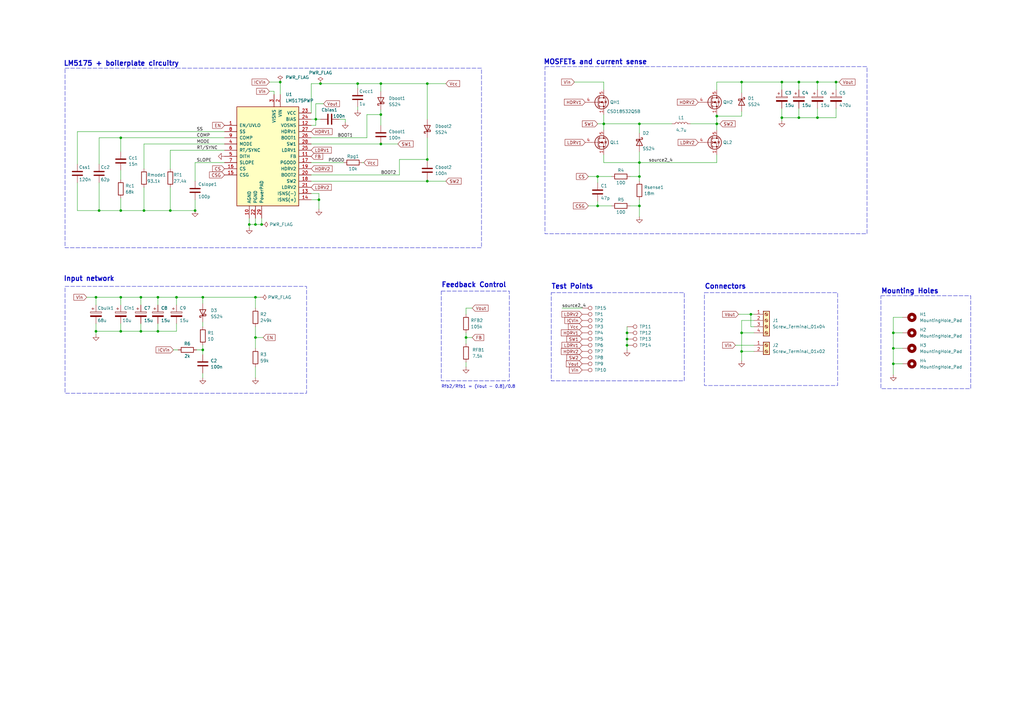
<source format=kicad_sch>
(kicad_sch (version 20230121) (generator eeschema)
  (paper "A3")
  (title_block (title "Universal 12V supply") (date "2023-11-03") (rev "0.1") (comment 1 "jpais@jorgemachwx9"))
  (junction (at 294.005 50.8))
  (junction (at 320.675 48.26))
  (junction (at 156.21 34.29))
  (junction (at 175.26 34.29))
  (junction (at 335.28 33.655))
  (junction (at 175.26 65.405))
  (junction (at 39.37 121.92))
  (junction (at 130.81 81.915))
  (junction (at 39.37 135.89))
  (junction (at 104.775 92.075))
  (junction (at 304.165 136.525))
  (junction (at 57.785 121.92))
  (junction (at 49.53 135.89))
  (junction (at 131.445 34.29))
  (junction (at 83.185 143.51))
  (junction (at 72.39 121.92))
  (junction (at 262.255 50.8))
  (junction (at 59.055 86.36))
  (junction (at 257.175 136.525))
  (junction (at 335.28 48.26))
  (junction (at 307.975 128.905))
  (junction (at 320.675 33.655))
  (junction (at 191.135 138.43))
  (junction (at 262.255 72.39))
  (junction (at 245.11 72.39))
  (junction (at 257.175 139.065))
  (junction (at 245.11 84.455))
  (junction (at 262.255 66.675))
  (junction (at 342.9 33.655))
  (junction (at 83.185 121.92))
  (junction (at 129.54 48.895))
  (junction (at 175.26 74.295))
  (junction (at 156.21 59.055))
  (junction (at 146.685 34.29))
  (junction (at 366.395 136.525))
  (junction (at 69.85 86.36))
  (junction (at 64.77 121.92))
  (junction (at 327.66 33.655))
  (junction (at 114.935 33.655))
  (junction (at 304.165 144.145))
  (junction (at 294.005 47.625))
  (junction (at 327.66 48.26))
  (junction (at 104.775 138.43))
  (junction (at 80.01 86.36))
  (junction (at 156.21 46.99))
  (junction (at 257.175 141.605))
  (junction (at 49.53 121.92))
  (junction (at 366.395 142.875))
  (junction (at 49.53 86.36))
  (junction (at 366.395 149.225))
  (junction (at 104.775 121.92))
  (junction (at 107.315 92.075))
  (junction (at 304.165 33.655))
  (junction (at 102.235 92.075))
  (junction (at 247.65 50.8))
  (junction (at 57.785 135.89))
  (junction (at 49.53 56.515))
  (junction (at 40.64 86.36))
  (junction (at 64.77 135.89))
  (junction (at 262.255 84.455))
  (wire (pts (xy 83.185 121.92) (xy 83.185 124.46)))
  (wire (pts (xy 130.81 79.375) (xy 127.635 79.375)))
  (wire (pts (xy 80.01 74.295) (xy 80.01 66.675)))
  (wire (pts (xy 141.605 48.895) (xy 139.065 48.895)))
  (wire (pts (xy 104.775 89.535) (xy 104.775 92.075)))
  (wire (pts (xy 104.775 150.495) (xy 104.775 154.94)))
  (wire (pts (xy 104.775 138.43) (xy 104.775 142.875)))
  (wire (pts (xy 127.635 71.755) (xy 163.83 71.755)))
  (wire (pts (xy 129.54 48.895) (xy 131.445 48.895)))
  (wire (pts (xy 304.165 47.625) (xy 304.165 45.72)))
  (wire (pts (xy 366.395 130.175) (xy 370.205 130.175)))
  (wire (pts (xy 366.395 136.525) (xy 370.205 136.525)))
  (wire (pts (xy 294.005 33.655) (xy 304.165 33.655)))
  (wire (pts (xy 175.26 34.29) (xy 182.88 34.29)))
  (wire (pts (xy 83.185 143.51) (xy 83.185 141.605)))
  (wire (pts (xy 40.64 86.36) (xy 40.64 74.93)))
  (wire (pts (xy 141.605 50.165) (xy 141.605 48.895)))
  (wire (pts (xy 304.165 147.955) (xy 304.165 144.145)))
  (wire (pts (xy 129.54 48.895) (xy 127.635 48.895)))
  (wire (pts (xy 175.26 73.66) (xy 175.26 74.295)))
  (wire (pts (xy 57.785 121.92) (xy 64.77 121.92)))
  (wire (pts (xy 72.39 121.92) (xy 83.185 121.92)))
  (wire (pts (xy 320.675 48.26) (xy 320.675 49.53)))
  (wire (pts (xy 304.165 136.525) (xy 309.245 136.525)))
  (wire (pts (xy 49.53 56.515) (xy 49.53 62.23)))
  (wire (pts (xy 301.625 141.605) (xy 309.245 141.605)))
  (wire (pts (xy 247.65 50.8) (xy 262.255 50.8)))
  (wire (pts (xy 129.54 51.435) (xy 129.54 48.895)))
  (wire (pts (xy 366.395 142.875) (xy 370.205 142.875)))
  (wire (pts (xy 39.37 135.89) (xy 39.37 137.16)))
  (wire (pts (xy 49.53 135.89) (xy 57.785 135.89)))
  (wire (pts (xy 294.005 47.625) (xy 294.005 46.99)))
  (wire (pts (xy 39.37 132.715) (xy 39.37 135.89)))
  (wire (pts (xy 327.66 44.45) (xy 327.66 48.26)))
  (wire (pts (xy 49.53 121.92) (xy 57.785 121.92)))
  (wire (pts (xy 241.3 72.39) (xy 245.11 72.39)))
  (wire (pts (xy 64.77 121.92) (xy 64.77 125.095)))
  (wire (pts (xy 146.685 43.815) (xy 146.685 45.085)))
  (wire (pts (xy 335.28 48.26) (xy 342.9 48.26)))
  (wire (pts (xy 104.775 92.075) (xy 107.315 92.075)))
  (wire (pts (xy 104.775 121.92) (xy 104.775 126.365)))
  (wire (pts (xy 262.255 84.455) (xy 262.255 88.9)))
  (wire (pts (xy 64.77 132.715) (xy 64.77 135.89)))
  (wire (pts (xy 307.975 128.905) (xy 307.975 133.985)))
  (wire (pts (xy 146.685 34.29) (xy 156.21 34.29)))
  (wire (pts (xy 366.395 153.67) (xy 366.395 149.225)))
  (wire (pts (xy 49.53 86.36) (xy 40.64 86.36)))
  (wire (pts (xy 335.28 33.655) (xy 335.28 36.83)))
  (wire (pts (xy 247.65 36.83) (xy 247.65 33.655)))
  (wire (pts (xy 320.675 33.655) (xy 327.66 33.655)))
  (wire (pts (xy 150.495 46.99) (xy 156.21 46.99)))
  (wire (pts (xy 294.005 47.625) (xy 304.165 47.625)))
  (wire (pts (xy 247.65 46.99) (xy 247.65 50.8)))
  (wire (pts (xy 49.53 81.28) (xy 49.53 86.36)))
  (wire (pts (xy 294.005 50.8) (xy 294.005 47.625)))
  (wire (pts (xy 257.175 139.065) (xy 257.175 141.605)))
  (wire (pts (xy 127.635 81.915) (xy 130.81 81.915)))
  (wire (pts (xy 127.635 59.055) (xy 156.21 59.055)))
  (wire (pts (xy 31.75 86.36) (xy 40.64 86.36)))
  (wire (pts (xy 294.005 66.675) (xy 294.005 63.5)))
  (wire (pts (xy 57.785 132.715) (xy 57.785 135.89)))
  (wire (pts (xy 250.825 84.455) (xy 245.11 84.455)))
  (wire (pts (xy 247.65 63.5) (xy 247.65 66.675)))
  (wire (pts (xy 83.185 132.08) (xy 83.185 133.985)))
  (wire (pts (xy 257.175 136.525) (xy 257.175 139.065)))
  (wire (pts (xy 49.53 135.89) (xy 39.37 135.89)))
  (wire (pts (xy 262.255 81.915) (xy 262.255 84.455)))
  (wire (pts (xy 64.77 121.92) (xy 72.39 121.92)))
  (wire (pts (xy 150.495 56.515) (xy 150.495 46.99)))
  (wire (pts (xy 320.675 33.655) (xy 320.675 36.83)))
  (wire (pts (xy 262.255 62.23) (xy 262.255 66.675)))
  (wire (pts (xy 366.395 136.525) (xy 366.395 130.175)))
  (wire (pts (xy 304.165 131.445) (xy 304.165 136.525)))
  (wire (pts (xy 304.165 33.655) (xy 320.675 33.655)))
  (wire (pts (xy 175.26 34.29) (xy 175.26 48.895)))
  (wire (pts (xy 366.395 149.225) (xy 370.205 149.225)))
  (wire (pts (xy 31.75 53.975) (xy 92.075 53.975)))
  (wire (pts (xy 40.64 67.31) (xy 40.64 56.515)))
  (wire (pts (xy 320.675 44.45) (xy 320.675 48.26)))
  (wire (pts (xy 127.635 66.675) (xy 140.97 66.675)))
  (wire (pts (xy 294.005 50.8) (xy 294.005 53.34)))
  (wire (pts (xy 262.255 72.39) (xy 262.255 74.295)))
  (wire (pts (xy 72.39 135.89) (xy 72.39 132.715)))
  (wire (pts (xy 69.85 61.595) (xy 69.85 69.215)))
  (wire (pts (xy 39.37 125.095) (xy 39.37 121.92)))
  (wire (pts (xy 102.235 92.075) (xy 104.775 92.075)))
  (wire (pts (xy 156.21 59.055) (xy 163.195 59.055)))
  (wire (pts (xy 127.635 34.29) (xy 131.445 34.29)))
  (wire (pts (xy 156.21 34.29) (xy 156.21 37.465)))
  (wire (pts (xy 71.12 143.51) (xy 73.025 143.51)))
  (wire (pts (xy 83.185 153.035) (xy 83.185 154.94)))
  (wire (pts (xy 148.59 66.675) (xy 149.225 66.675)))
  (wire (pts (xy 245.11 50.8) (xy 247.65 50.8)))
  (wire (pts (xy 59.055 86.36) (xy 69.85 86.36)))
  (wire (pts (xy 156.21 46.99) (xy 156.21 45.085)))
  (wire (pts (xy 31.75 67.31) (xy 31.75 53.975)))
  (wire (pts (xy 102.235 89.535) (xy 102.235 92.075)))
  (wire (pts (xy 127.635 51.435) (xy 129.54 51.435)))
  (wire (pts (xy 262.255 50.8) (xy 275.59 50.8)))
  (wire (pts (xy 191.135 138.43) (xy 193.675 138.43)))
  (wire (pts (xy 191.135 148.59) (xy 191.135 150.495)))
  (wire (pts (xy 49.53 56.515) (xy 92.075 56.515)))
  (wire (pts (xy 49.53 132.715) (xy 49.53 135.89)))
  (wire (pts (xy 107.315 92.075) (xy 107.315 89.535)))
  (wire (pts (xy 257.175 141.605) (xy 257.175 143.51)))
  (wire (pts (xy 257.175 133.985) (xy 257.175 136.525)))
  (wire (pts (xy 80.645 143.51) (xy 83.185 143.51)))
  (wire (pts (xy 262.255 66.675) (xy 294.005 66.675)))
  (wire (pts (xy 247.65 66.675) (xy 262.255 66.675)))
  (wire (pts (xy 258.445 72.39) (xy 262.255 72.39)))
  (wire (pts (xy 304.165 131.445) (xy 309.245 131.445)))
  (wire (pts (xy 110.49 33.655) (xy 114.935 33.655)))
  (wire (pts (xy 69.85 86.36) (xy 80.01 86.36)))
  (wire (pts (xy 175.26 65.405) (xy 175.26 56.515)))
  (wire (pts (xy 191.135 126.365) (xy 191.135 128.905)))
  (wire (pts (xy 163.83 65.405) (xy 175.26 65.405)))
  (wire (pts (xy 335.28 33.655) (xy 342.9 33.655)))
  (wire (pts (xy 327.66 33.655) (xy 335.28 33.655)))
  (wire (pts (xy 245.11 74.93) (xy 245.11 72.39)))
  (wire (pts (xy 127.635 74.295) (xy 175.26 74.295)))
  (wire (pts (xy 104.775 121.92) (xy 106.68 121.92)))
  (wire (pts (xy 258.445 84.455) (xy 262.255 84.455)))
  (wire (pts (xy 307.975 133.985) (xy 309.245 133.985)))
  (wire (pts (xy 342.9 33.655) (xy 342.9 36.83)))
  (wire (pts (xy 175.26 65.405) (xy 175.26 66.04)))
  (wire (pts (xy 294.005 36.83) (xy 294.005 33.655)))
  (wire (pts (xy 245.11 84.455) (xy 245.11 82.55)))
  (wire (pts (xy 49.53 69.85) (xy 49.53 73.66)))
  (wire (pts (xy 72.39 121.92) (xy 72.39 125.095)))
  (wire (pts (xy 59.055 86.36) (xy 49.53 86.36)))
  (wire (pts (xy 114.935 33.655) (xy 114.935 38.735)))
  (wire (pts (xy 191.135 126.365) (xy 193.675 126.365)))
  (wire (pts (xy 69.85 61.595) (xy 92.075 61.595)))
  (wire (pts (xy 191.135 136.525) (xy 191.135 138.43)))
  (wire (pts (xy 127.635 46.355) (xy 127.635 34.29)))
  (wire (pts (xy 104.775 133.985) (xy 104.775 138.43)))
  (wire (pts (xy 69.85 76.835) (xy 69.85 86.36)))
  (wire (pts (xy 57.785 121.92) (xy 57.785 125.095)))
  (wire (pts (xy 49.53 121.92) (xy 49.53 125.095)))
  (wire (pts (xy 335.28 44.45) (xy 335.28 48.26)))
  (wire (pts (xy 130.81 79.375) (xy 130.81 81.915)))
  (wire (pts (xy 156.21 46.99) (xy 156.21 51.435)))
  (wire (pts (xy 366.395 149.225) (xy 366.395 142.875)))
  (wire (pts (xy 235.585 33.655) (xy 247.65 33.655)))
  (wire (pts (xy 327.66 48.26) (xy 335.28 48.26)))
  (wire (pts (xy 175.26 74.295) (xy 182.88 74.295)))
  (wire (pts (xy 83.185 143.51) (xy 83.185 145.415)))
  (wire (pts (xy 35.56 121.92) (xy 39.37 121.92)))
  (wire (pts (xy 104.775 138.43) (xy 107.95 138.43)))
  (wire (pts (xy 80.01 81.915) (xy 80.01 86.36)))
  (wire (pts (xy 191.135 138.43) (xy 191.135 140.97)))
  (wire (pts (xy 366.395 142.875) (xy 366.395 136.525)))
  (wire (pts (xy 83.185 121.92) (xy 104.775 121.92)))
  (wire (pts (xy 327.66 33.655) (xy 327.66 36.83)))
  (wire (pts (xy 230.505 126.365) (xy 238.76 126.365)))
  (wire (pts (xy 112.395 37.465) (xy 112.395 38.735)))
  (wire (pts (xy 163.83 71.755) (xy 163.83 65.405)))
  (wire (pts (xy 342.9 44.45) (xy 342.9 48.26)))
  (wire (pts (xy 40.64 56.515) (xy 49.53 56.515)))
  (wire (pts (xy 102.235 92.075) (xy 102.235 93.345)))
  (wire (pts (xy 31.75 74.93) (xy 31.75 86.36)))
  (wire (pts (xy 294.005 50.8) (xy 295.275 50.8)))
  (wire (pts (xy 307.975 128.905) (xy 309.245 128.905)))
  (wire (pts (xy 320.675 48.26) (xy 327.66 48.26)))
  (wire (pts (xy 130.81 81.915) (xy 130.81 85.725)))
  (wire (pts (xy 262.255 66.675) (xy 262.255 72.39)))
  (wire (pts (xy 283.21 50.8) (xy 294.005 50.8)))
  (wire (pts (xy 302.895 128.905) (xy 307.975 128.905)))
  (wire (pts (xy 262.255 50.8) (xy 262.255 54.61)))
  (wire (pts (xy 146.685 34.29) (xy 146.685 36.195)))
  (wire (pts (xy 129.54 42.545) (xy 129.54 48.895)))
  (wire (pts (xy 342.9 33.655) (xy 344.17 33.655)))
  (wire (pts (xy 59.055 69.215) (xy 59.055 59.055)))
  (wire (pts (xy 59.055 76.835) (xy 59.055 86.36)))
  (wire (pts (xy 131.445 34.29) (xy 146.685 34.29)))
  (wire (pts (xy 304.165 33.655) (xy 304.165 38.1)))
  (wire (pts (xy 247.65 50.8) (xy 247.65 53.34)))
  (wire (pts (xy 127.635 56.515) (xy 150.495 56.515)))
  (wire (pts (xy 59.055 59.055) (xy 92.075 59.055)))
  (wire (pts (xy 241.3 84.455) (xy 245.11 84.455)))
  (wire (pts (xy 64.77 135.89) (xy 72.39 135.89)))
  (wire (pts (xy 156.21 34.29) (xy 175.26 34.29)))
  (wire (pts (xy 132.715 42.545) (xy 129.54 42.545)))
  (wire (pts (xy 110.49 37.465) (xy 112.395 37.465)))
  (wire (pts (xy 80.01 66.675) (xy 92.075 66.675)))
  (wire (pts (xy 304.165 144.145) (xy 304.165 136.525)))
  (wire (pts (xy 57.785 135.89) (xy 64.77 135.89)))
  (wire (pts (xy 245.11 72.39) (xy 250.825 72.39)))
  (wire (pts (xy 304.165 144.145) (xy 309.245 144.145)))
  (wire (pts (xy 39.37 121.92) (xy 49.53 121.92)))
  (rectangle (start 223.52 27.305) (end 355.6 95.885) (stroke (width 0) (type dash)))
  (rectangle (start 226.06 120.015) (end 280.67 156.21) (stroke (width 0) (type dash)))
  (rectangle (start 26.67 117.475) (end 125.73 161.29) (stroke (width 0) (type dash)))
  (rectangle (start 361.315 121.285) (end 398.145 159.385) (stroke (width 0) (type dash)))
  (rectangle (start 288.925 120.015) (end 343.535 158.115) (stroke (width 0) (type dash)))
  (rectangle (start 26.67 27.94) (end 197.485 101.6) (stroke (width 0) (type dash)))
  (rectangle (start 180.975 119.38) (end 208.915 156.21) (stroke (width 0) (type dash)))
  (text "Feedback Control" (at 180.975 118.11 0) (effects (font (size 2 2) (thickness 0.4) bold) (justify left bottom)))
  (text "MOSFETs and current sense" (at 222.885 26.67 0) (effects (font (size 2 2) (thickness 0.4) bold) (justify left bottom)))
  (text "Rfb2/Rfb1 = (Vout - 0.8)/0.8" (at 180.975 159.385 0) (effects (font (size 1.27 1.27)) (justify left bottom)))
  (text "Mounting Holes\n" (at 361.315 120.65 0) (effects (font (size 2 2) (thickness 0.4) bold) (justify left bottom)))
  (text "Input network" (at 26.035 115.57 0) (effects (font (size 2 2) (thickness 0.4) bold) (justify left bottom)))
  (text "Connectors\n" (at 288.925 118.745 0) (effects (font (size 2 2) (thickness 0.4) bold) (justify left bottom)))
  (text "LM5175 + boilerplate circuitry" (at 26.035 27.305 0) (effects (font (size 2 2) (thickness 0.4) bold) (justify left bottom)))
  (text "Test Points\n" (at 226.06 118.745 0) (effects (font (size 2 2) (thickness 0.4) bold) (justify left bottom)))
  (label "RT{slash}SYNC" (at 80.645 61.595 0))
  (label "BOOT2" (at 156.21 71.755 0))
  (label "SLOPE" (at 80.645 66.675 0))
  (label "BOOT1" (at 138.43 56.515 0))
  (label "MODE" (at 80.645 59.055 0))
  (label "source2_4" (at 266.065 66.675 0))
  (label "source2_4" (at 230.505 126.365 0))
  (label "SS" (at 80.645 53.975 0))
  (label "PGOOD" (at 134.62 66.675 0))
  (label "COMP" (at 80.645 56.515 0))
  (global_label "HDRV2" (shape input) (at 238.76 144.145 180) (property "Intersheetrefs" "${INTERSHEET_REFS}" (effects hide)))
  (global_label "SW2" (shape input) (at 238.76 146.685 180) (property "Intersheetrefs" "${INTERSHEET_REFS}" (effects hide)))
  (global_label "EN" (shape input) (at 107.95 138.43 0) (property "Intersheetrefs" "${INTERSHEET_REFS}" (effects hide)))
  (global_label "SW1" (shape input) (at 163.195 59.055 0) (property "Intersheetrefs" "${INTERSHEET_REFS}" (effects hide)))
  (global_label "CS" (shape input) (at 92.075 69.215 180) (property "Intersheetrefs" "${INTERSHEET_REFS}" (effects hide)))
  (global_label "HDRV2" (shape input) (at 286.385 41.91 180) (property "Intersheetrefs" "${INTERSHEET_REFS}" (effects hide)))
  (global_label "Vin" (shape input) (at 35.56 121.92 180) (property "Intersheetrefs" "${INTERSHEET_REFS}" (effects hide)))
  (global_label "FB" (shape input) (at 127.635 64.135 0) (property "Intersheetrefs" "${INTERSHEET_REFS}" (effects hide)))
  (global_label "CS" (shape input) (at 241.3 72.39 180) (property "Intersheetrefs" "${INTERSHEET_REFS}" (effects hide)))
  (global_label "HDRV2" (shape input) (at 127.635 69.215 0) (property "Intersheetrefs" "${INTERSHEET_REFS}" (effects hide)))
  (global_label "LDRV2" (shape input) (at 127.635 76.835 0) (property "Intersheetrefs" "${INTERSHEET_REFS}" (effects hide)))
  (global_label "LDRV1" (shape input) (at 238.76 141.605 180) (property "Intersheetrefs" "${INTERSHEET_REFS}" (effects hide)))
  (global_label "Vout" (shape input) (at 302.895 128.905 180) (property "Intersheetrefs" "${INTERSHEET_REFS}" (effects hide)))
  (global_label "Vout" (shape input) (at 193.675 126.365 0) (property "Intersheetrefs" "${INTERSHEET_REFS}" (effects hide)))
  (global_label "EN" (shape input) (at 92.075 51.435 180) (property "Intersheetrefs" "${INTERSHEET_REFS}" (effects hide)))
  (global_label "Vin" (shape input) (at 110.49 37.465 180) (property "Intersheetrefs" "${INTERSHEET_REFS}" (effects hide)))
  (global_label "SW1" (shape input) (at 245.11 50.8 180) (property "Intersheetrefs" "${INTERSHEET_REFS}" (effects hide)))
  (global_label "LDRV1" (shape input) (at 240.03 58.42 180) (property "Intersheetrefs" "${INTERSHEET_REFS}" (effects hide)))
  (global_label "Vout" (shape input) (at 238.76 149.225 180) (property "Intersheetrefs" "${INTERSHEET_REFS}" (effects hide)))
  (global_label "FB" (shape input) (at 193.675 138.43 0) (property "Intersheetrefs" "${INTERSHEET_REFS}" (effects hide)))
  (global_label "HDRV1" (shape input) (at 127.635 53.975 0) (property "Intersheetrefs" "${INTERSHEET_REFS}" (effects hide)))
  (global_label "CSG" (shape input) (at 241.3 84.455 180) (property "Intersheetrefs" "${INTERSHEET_REFS}" (effects hide)))
  (global_label "HDRV1" (shape input) (at 238.76 136.525 180) (property "Intersheetrefs" "${INTERSHEET_REFS}" (effects hide)))
  (global_label "SW1" (shape input) (at 238.76 139.065 180) (property "Intersheetrefs" "${INTERSHEET_REFS}" (effects hide)))
  (global_label "CSG" (shape input) (at 92.075 71.755 180) (property "Intersheetrefs" "${INTERSHEET_REFS}" (effects hide)))
  (global_label "SW2" (shape input) (at 295.275 50.8 0) (property "Intersheetrefs" "${INTERSHEET_REFS}" (effects hide)))
  (global_label "LDRV2" (shape input) (at 238.76 128.905 180) (property "Intersheetrefs" "${INTERSHEET_REFS}" (effects hide)))
  (global_label "ICVin" (shape input) (at 238.76 131.445 180) (property "Intersheetrefs" "${INTERSHEET_REFS}" (effects hide)))
  (global_label "Vin" (shape input) (at 238.76 151.765 180) (property "Intersheetrefs" "${INTERSHEET_REFS}" (effects hide)))
  (global_label "LDRV2" (shape input) (at 286.385 58.42 180) (property "Intersheetrefs" "${INTERSHEET_REFS}" (effects hide)))
  (global_label "Vcc" (shape input) (at 182.88 34.29 0) (property "Intersheetrefs" "${INTERSHEET_REFS}" (effects hide)))
  (global_label "Vcc" (shape input) (at 238.76 133.985 180) (property "Intersheetrefs" "${INTERSHEET_REFS}" (effects hide)))
  (global_label "Vin" (shape input) (at 235.585 33.655 180) (property "Intersheetrefs" "${INTERSHEET_REFS}" (effects hide)))
  (global_label "SW2" (shape input) (at 182.88 74.295 0) (property "Intersheetrefs" "${INTERSHEET_REFS}" (effects hide)))
  (global_label "ICVin" (shape input) (at 71.12 143.51 180) (property "Intersheetrefs" "${INTERSHEET_REFS}" (effects hide)))
  (global_label "Vcc" (shape input) (at 149.225 66.675 0) (property "Intersheetrefs" "${INTERSHEET_REFS}" (effects hide)))
  (global_label "Vout" (shape input) (at 132.715 42.545 0) (property "Intersheetrefs" "${INTERSHEET_REFS}" (effects hide)))
  (global_label "HDRV1" (shape input) (at 240.03 41.91 180) (property "Intersheetrefs" "${INTERSHEET_REFS}" (effects hide)))
  (global_label "Vout" (shape input) (at 344.17 33.655 0) (property "Intersheetrefs" "${INTERSHEET_REFS}" (effects hide)))
  (global_label "Vin" (shape input) (at 301.625 141.605 180) (property "Intersheetrefs" "${INTERSHEET_REFS}" (effects hide)))
  (global_label "ICVin" (shape input) (at 110.49 33.655 180) (property "Intersheetrefs" "${INTERSHEET_REFS}" (effects hide)))
  (global_label "LDRV1" (shape input) (at 127.635 61.595 0) (property "Intersheetrefs" "${INTERSHEET_REFS}" (effects hide)))
  (symbol (lib_id "Connector:TestPoint") (at 238.76 149.225 270) (unit 1) (in_bom no)
    (property "Reference" "TP9" (at 243.84 149.225 90) (effects (justify left)))
    (property "Value" "Vout" (effects hide))
    (property "Footprint" "TestPoint:TestPoint_THTPad_2.5x2.5mm_Drill1.2mm" (effects hide))
    (property "Sim.Enable" "0" (effects hide))
  )
  (symbol (lib_id "power:PWR_FLAG") (at 107.315 92.075 270) (unit 1)
    (property "Reference" "#FLG04" (effects hide))
    (property "Value" "PWR_FLAG" (at 110.49 92.075 90) (effects (justify left)))
  )
  (symbol (lib_id "Device:C_Polarized") (at 327.66 40.64 0) (unit 1)
    (property "Reference" "C4" (at 328.93 38.1 0) (effects (justify left)))
    (property "Value" "15u" (at 328.93 43.18 0) (effects (justify left)))
    (property "Footprint" "Capacitor_SMD:C_1206_3216Metric_Pad1.33x1.80mm_HandSolder" (effects hide))
    (property "Farnell" "https://be.farnell.com/en-BE/avx/tpsa156k006r0700/cap-15-f-6-3v-10-1206-smd/dp/1658485?st=15u%20smd%20cap" (effects hide))
  )
  (symbol (lib_id "Device:C") (at 80.01 78.105 0) (unit 1)
    (property "Reference" "Cslope1" (at 81.28 75.565 0) (effects (justify left)))
    (property "Value" "100p" (at 81.28 80.645 0) (effects (justify left)))
    (property "Footprint" "Capacitor_SMD:C_0603_1608Metric_Pad1.08x0.95mm_HandSolder" (effects hide))
    (property "Farnell" "https://be.farnell.com/en-BE/kemet/c0603x101f5gacauto/cap-100pf-50v-1-c0g-np0-0603/dp/2904893?st=13n%20smd%20cap%200603" (effects hide))
  )
  (symbol (lib_id "Connector:TestPoint") (at 238.76 133.985 270) (unit 1) (in_bom no)
    (property "Reference" "TP3" (at 243.84 133.985 90) (effects (justify left)))
    (property "Value" "Vcc" (effects hide))
    (property "Footprint" "TestPoint:TestPoint_THTPad_2.5x2.5mm_Drill1.2mm" (effects hide))
    (property "Sim.Enable" "0" (effects hide))
  )
  (symbol (lib_id "New_Library:LM34936-Q1") (at 109.855 64.135 0) (unit 1)
    (property "Reference" "U1" (at 117.1291 38.735 0) (effects (justify left)))
    (property "Value" "LM5175PWP" (at 117.1291 41.275 0) (effects (justify left)))
    (property "Footprint" "Package_SO:HTSSOP-28-1EP_4.4x9.7mm_P0.65mm_EP3.4x9.5mm_ThermalVias" (effects hide))
    (property "Datasheet" "http://www.ti.com/lit/ds/symlink/lm5175.pdf" (effects hide))
    (property "Sim.Library" "/home/jorgep/Desktop/Faculdade/2Ano/PowerElectronics/project/simulationModels/LM5175_TRANS.lib" (effects hide))
    (property "Sim.Name" "LM5175_TRANS" (effects hide))
    (property "Sim.Device" "SUBCKT" (effects hide))
    (property "Sim.Pins" "1=EN_UVLO 2=VIN 3=VISNS 4=MODE 5=DITH 6=RT 7=SLOPE 8=SS 9=COMP 10=AGND 11=FB 12=VOSNS 13=ISNS_N 14=ISNS_P 15=CSG 16=CS 17=PGOOD 18=SW2 19=HDRV2 20=BOOT2 21=LDRV2 22=PGND 23=VCC 24=BIAS 25=LDRV1 26=BOOT1 27=HDRV1 28=SW1 29=PAD" (effects hide))
    (property "Farnell" "https://be.farnell.com/en-BE/texas-instruments/lm5175pwpt/dc-dc-ctrl-sync-buck-boost-htssop28/dp/3008670RL?st=lm5175" (effects hide))
  )
  (symbol (lib_id "Device:C") (at 146.685 40.005 0) (unit 1)
    (property "Reference" "Cvcc1" (at 147.32 37.465 0) (effects (justify left)))
    (property "Value" "1u" (at 147.32 42.545 0) (effects (justify left)))
    (property "Footprint" "Capacitor_SMD:C_0603_1608Metric_Pad1.08x0.95mm_HandSolder" (effects hide))
    (property "Farnell" "https://be.farnell.com/en-BE/vishay/tp8m105m020c/cap-1-f-20v-20/dp/2425566?st=1u%20smd%20cap%200603" (effects hide))
  )
  (symbol (lib_id "power:GND") (at 83.185 154.94 0) (unit 1)
    (property "Reference" "#PWR06" (effects hide))
    (property "Value" "GND" (effects hide))
  )
  (symbol (lib_id "Connector:TestPoint") (at 238.76 144.145 270) (unit 1) (in_bom no)
    (property "Reference" "TP7" (at 243.84 144.145 90) (effects (justify left)))
    (property "Value" "HDRV2" (effects hide))
    (property "Footprint" "TestPoint:TestPoint_THTPad_2.5x2.5mm_Drill1.2mm" (effects hide))
    (property "Sim.Enable" "0" (effects hide))
  )
  (symbol (lib_id "Mechanical:MountingHole_Pad") (at 372.745 136.525 270) (unit 1) (in_bom no)
    (property "Reference" "H2" (at 377.19 135.255 90) (effects (justify left)))
    (property "Value" "MountingHole_Pad" (at 377.19 137.795 90) (effects (justify left)))
    (property "Footprint" "MountingHole:MountingHole_3.2mm_M3_Pad_Via" (effects hide))
    (property "Sim.Enable" "0" (effects hide))
  )
  (symbol (lib_id "Device:R") (at 83.185 137.795 0) (unit 1)
    (property "Reference" "R1" (at 85.09 136.525 0) (effects (justify left)))
    (property "Value" "10" (at 85.09 139.065 0) (effects (justify left)))
    (property "Footprint" "Resistor_SMD:R_0603_1608Metric_Pad0.98x0.95mm_HandSolder" (effects hide))
    (property "Farnell" "https://be.farnell.com/en-BE/rohm/ktr03ezpf10r0/res-10r-1-0-1w-0603-thick-film/dp/2919225?st=10r+resistor+0603" (effects hide))
  )
  (symbol (lib_id "Transistor_FET:CSD18532Q5B") (at 245.11 58.42 0) (unit 1)
    (property "Reference" "QL1" (at 250.19 58.42 0) (effects (justify left)))
    (property "Value" "CSD18532Q5B" (effects hide))
    (property "Footprint" "Package_TO_SOT_SMD:TDSON-8-1" (effects hide))
    (property "Datasheet" "http://www.ti.com/lit/gpn/csd18532q5b" (effects hide))
    (property "Farnell" "https://be.farnell.com/en-BE/texas-instruments/csd18532q5b/mosfet-n-ch-60v-100a-vson-8/dp/3009663?st=CSD18532Q5B" (effects hide))
    (property "Sim.Library" "/home/jorgep/Desktop/Faculdade/2Ano/PowerElectronics/project/simulationModels/CSD18532Q5B.lib" (effects hide))
    (property "Sim.Name" "CSD18532Q5B" (effects hide))
    (property "Sim.Device" "SUBCKT" (effects hide))
    (property "Sim.Pins" "1=1 2=2 3=3" (effects hide))
  )
  (symbol (lib_id "Device:C") (at 49.53 66.04 0) (unit 1)
    (property "Reference" "Cc1" (at 52.705 64.77 0) (effects (justify left)))
    (property "Value" "15n" (at 52.705 67.31 0) (effects (justify left)))
    (property "Footprint" "Capacitor_SMD:C_0603_1608Metric_Pad1.08x0.95mm_HandSolder" (effects hide))
    (property "Farnell" "https://be.farnell.com/en-BE/multicomp/mc0603b153j500ct/cap-0-015-f-50v-5-x7r-0603/dp/2320805?st=15n%20smd%20cap%200603" (effects hide))
  )
  (symbol (lib_id "Device:L") (at 279.4 50.8 90) (unit 1)
    (property "Reference" "L1" (at 279.4 48.26 90))
    (property "Value" "4.7u" (at 279.4 53.34 90))
    (property "Footprint" "FootprintLibrary:L_Coilcraft_XAL1010-XXX_handsolder" (effects hide))
    (property "Farnell" "https://be.farnell.com/en-BE/coilcraft/xal1010-472med/inductor-4-7uh-24a-20-pwr-19mhz/dp/2289017" (effects hide))
  )
  (symbol (lib_id "power:GND") (at 304.165 147.955 0) (unit 1)
    (property "Reference" "#PWR01" (effects hide))
    (property "Value" "GND" (effects hide))
  )
  (symbol (lib_id "Device:C_Polarized") (at 335.28 40.64 0) (unit 1)
    (property "Reference" "C6" (at 336.55 38.1 0) (effects (justify left)))
    (property "Value" "15u" (at 336.55 43.18 0) (effects (justify left)))
    (property "Footprint" "Capacitor_SMD:C_1206_3216Metric_Pad1.33x1.80mm_HandSolder" (effects hide))
    (property "Farnell" "https://be.farnell.com/en-BE/avx/tpsa156k006r0700/cap-15-f-6-3v-10-1206-smd/dp/1658485?st=15u%20smd%20cap" (effects hide))
  )
  (symbol (lib_id "Device:C_Polarized") (at 320.675 40.64 0) (unit 1)
    (property "Reference" "C3" (at 321.945 38.1 0) (effects (justify left)))
    (property "Value" "15u" (at 321.945 43.18 0) (effects (justify left)))
    (property "Footprint" "Capacitor_SMD:C_1206_3216Metric_Pad1.33x1.80mm_HandSolder" (effects hide))
    (property "Farnell" "https://be.farnell.com/en-BE/avx/tpsa156k006r0700/cap-15-f-6-3v-10-1206-smd/dp/1658485?st=15u%20smd%20cap" (effects hide))
  )
  (symbol (lib_id "Connector:TestPoint") (at 257.175 141.605 270) (unit 1) (in_bom no)
    (property "Reference" "TP14" (at 262.255 141.605 90) (effects (justify left)))
    (property "Value" "gnd" (effects hide))
    (property "Footprint" "TestPoint:TestPoint_THTPad_2.5x2.5mm_Drill1.2mm" (effects hide))
    (property "Sim.Enable" "0" (effects hide))
  )
  (symbol (lib_id "Device:C") (at 83.185 149.225 0) (unit 1)
    (property "Reference" "C2" (at 86.36 147.955 0) (effects (justify left)))
    (property "Value" "100n" (at 86.36 150.495 0) (effects (justify left)))
    (property "Footprint" "Capacitor_SMD:C_0805_2012Metric_Pad1.18x1.45mm_HandSolder" (effects hide))
    (property "Farnell" "https://be.farnell.com/en-BE/kemet/c0805x104j5rac3316/cap-0-1-f-50v-5-x7r-0805/dp/2666904?st=100n%20smd%20cap%200805" (effects hide))
  )
  (symbol (lib_id "Connector:TestPoint") (at 238.76 141.605 270) (unit 1) (in_bom no)
    (property "Reference" "TP6" (at 243.84 141.605 90) (effects (justify left)))
    (property "Value" "LDRV1" (effects hide))
    (property "Footprint" "TestPoint:TestPoint_THTPad_2.5x2.5mm_Drill1.2mm" (effects hide))
    (property "Sim.Enable" "0" (effects hide))
  )
  (symbol (lib_id "power:GND") (at 191.135 150.495 0) (unit 1)
    (property "Reference" "#PWR02" (effects hide))
    (property "Value" "GND" (effects hide))
  )
  (symbol (lib_id "Device:C") (at 156.21 55.245 0) (unit 1)
    (property "Reference" "Cboot1" (at 159.385 53.975 0) (effects (justify left)))
    (property "Value" "100n" (at 159.385 56.515 0) (effects (justify left)))
    (property "Footprint" "Capacitor_SMD:C_0805_2012Metric_Pad1.18x1.45mm_HandSolder" (effects hide))
    (property "Farnell" "https://be.farnell.com/en-BE/kemet/c0805x104j5rac3316/cap-0-1-f-50v-5-x7r-0805/dp/2666904?st=100n%20smd%20cap%200805" (effects hide))
  )
  (symbol (lib_id "Transistor_FET:CSD18532Q5B") (at 291.465 58.42 0) (unit 1)
    (property "Reference" "QL2" (at 296.545 58.42 0) (effects (justify left)))
    (property "Value" "CSD18532Q5B" (effects hide))
    (property "Footprint" "Package_TO_SOT_SMD:TDSON-8-1" (effects hide))
    (property "Datasheet" "http://www.ti.com/lit/gpn/csd18532q5b" (effects hide))
    (property "Farnell" "https://be.farnell.com/en-BE/texas-instruments/csd18532q5b/mosfet-n-ch-60v-100a-vson-8/dp/3009663?st=CSD18532Q5B" (effects hide))
    (property "Sim.Library" "/home/jorgep/Desktop/Faculdade/2Ano/PowerElectronics/project/simulationModels/CSD18532Q5B.lib" (effects hide))
    (property "Sim.Name" "CSD18532Q5B" (effects hide))
    (property "Sim.Device" "SUBCKT" (effects hide))
    (property "Sim.Pins" "1=1 2=2 3=3" (effects hide))
  )
  (symbol (lib_id "Device:C_Polarized") (at 49.53 128.905 0) (unit 1)
    (property "Reference" "Cin1" (at 50.8 126.365 0) (effects (justify left)))
    (property "Value" "10u" (at 50.165 131.445 0) (effects (justify left)))
    (property "Footprint" "Capacitor_SMD:CP_Elec_5x5.4" (effects hide))
    (property "Farnell" "https://be.farnell.com/en-BE/kemet/exv106m035a9daa/cap-10-f-35v-radial-smd/dp/2069187?st=10u%20smd%20cap" (effects hide))
  )
  (symbol (lib_id "Device:D_Schottky") (at 156.21 41.275 90) (unit 1)
    (property "Reference" "Dboot1" (at 159.385 40.3225 90) (effects (justify right)))
    (property "Value" "SS24" (at 159.385 42.8625 90) (effects (justify right)))
    (property "Footprint" "Diode_SMD:D_SMB_Handsoldering" (effects hide))
    (property "Farnell" "https://be.farnell.com/en-BE/multicomp/ss24/schottky-rectifier-2a-40v-do-214aa/dp/2675138?MER=sy-me-pd-mi-alte" (effects hide))
    (property "Sim.Library" "/home/jorgep/Desktop/Faculdade/2Ano/PowerElectronics/project/simulationModels/SS24T3.REV0.LIB" (effects hide))
    (property "Sim.Name" "Dss24" (effects hide))
    (property "Sim.Device" "D" (effects hide))
    (property "Sim.Pins" "1=A 2=K" (effects hide))
  )
  (symbol (lib_id "Device:R") (at 191.135 132.715 0) (unit 1)
    (property "Reference" "RFB2" (at 193.04 131.445 0) (effects (justify left)))
    (property "Value" "105k" (at 193.04 133.985 0) (effects (justify left)))
    (property "Footprint" "Resistor_SMD:R_0603_1608Metric_Pad0.98x0.95mm_HandSolder" (effects hide))
    (property "Farnell" "https://be.farnell.com/en-BE/panasonic/erjpa3f1053v/res-105k-1-thick-film/dp/2561729RL?st=105k%20resistor%200603" (effects hide))
  )
  (symbol (lib_id "Mechanical:MountingHole_Pad") (at 372.745 130.175 270) (unit 1) (in_bom no)
    (property "Reference" "H1" (at 377.19 128.905 90) (effects (justify left)))
    (property "Value" "MountingHole_Pad" (at 377.19 131.445 90) (effects (justify left)))
    (property "Footprint" "MountingHole:MountingHole_3.2mm_M3_Pad_Via" (effects hide))
    (property "Sim.Enable" "0" (effects hide))
  )
  (symbol (lib_id "power:GND") (at 92.075 64.135 270) (unit 1)
    (property "Reference" "#PWR09" (effects hide))
    (property "Value" "GND" (effects hide))
  )
  (symbol (lib_id "Mechanical:MountingHole_Pad") (at 372.745 142.875 270) (unit 1) (in_bom no)
    (property "Reference" "H3" (at 377.19 141.605 90) (effects (justify left)))
    (property "Value" "MountingHole_Pad" (at 377.19 144.145 90) (effects (justify left)))
    (property "Footprint" "MountingHole:MountingHole_3.2mm_M3_Pad_Via" (effects hide))
    (property "Sim.Enable" "0" (effects hide))
  )
  (symbol (lib_id "Device:R") (at 262.255 78.105 0) (unit 1)
    (property "Reference" "Rsense1" (at 264.16 76.835 0) (effects (justify left)))
    (property "Value" "18m" (at 264.16 79.375 0) (effects (justify left)))
    (property "Footprint" "Resistor_SMD:R_2512_6332Metric_Pad1.40x3.35mm_HandSolder" (effects hide))
    (property "Farnell" "https://be.farnell.com/en-BE/multicomp/mchvr12ftft1805/res-thick-film-18m-1-1w-2512/dp/2826912?st=18m%20smd%20resistor" (effects hide))
  )
  (symbol (lib_id "Connector:TestPoint") (at 238.76 146.685 270) (unit 1) (in_bom no)
    (property "Reference" "TP8" (at 243.84 146.685 90) (effects (justify left)))
    (property "Value" "SW2" (effects hide))
    (property "Footprint" "TestPoint:TestPoint_THTPad_2.5x2.5mm_Drill1.2mm" (effects hide))
    (property "Sim.Enable" "0" (effects hide))
  )
  (symbol (lib_id "Device:C_Polarized") (at 342.9 40.64 0) (unit 1)
    (property "Reference" "C5" (at 344.17 38.1 0) (effects (justify left)))
    (property "Value" "470u" (at 344.17 43.18 0) (effects (justify left)))
    (property "Footprint" "Capacitor_SMD:CP_Elec_10x12.6" (effects hide))
    (property "Farnell" "https://be.farnell.com/en-BE/panasonic/25svpk470m/cap-470-f-25v/dp/2759084?st=470u%20smd%20cap" (effects hide))
  )
  (symbol (lib_id "Connector:TestPoint") (at 257.175 136.525 270) (unit 1) (in_bom no)
    (property "Reference" "TP12" (at 262.255 136.525 90) (effects (justify left)))
    (property "Value" "gnd" (effects hide))
    (property "Footprint" "TestPoint:TestPoint_THTPad_2.5x2.5mm_Drill1.2mm" (effects hide))
    (property "Sim.Enable" "0" (effects hide))
  )
  (symbol (lib_id "Transistor_FET:CSD18532Q5B") (at 291.465 41.91 0) (unit 1)
    (property "Reference" "QH2" (at 296.545 41.91 0) (effects (justify left)))
    (property "Value" "CSD18532Q5B" (effects hide))
    (property "Footprint" "Package_TO_SOT_SMD:TDSON-8-1" (effects hide))
    (property "Datasheet" "http://www.ti.com/lit/gpn/csd18532q5b" (effects hide))
    (property "Farnell" "https://be.farnell.com/en-BE/texas-instruments/csd18532q5b/mosfet-n-ch-60v-100a-vson-8/dp/3009663?st=CSD18532Q5B" (effects hide))
    (property "Sim.Library" "/home/jorgep/Desktop/Faculdade/2Ano/PowerElectronics/project/simulationModels/CSD18532Q5B.lib" (effects hide))
    (property "Sim.Name" "CSD18532Q5B" (effects hide))
    (property "Sim.Device" "SUBCKT" (effects hide))
    (property "Sim.Pins" "1=1 2=2 3=3" (effects hide))
  )
  (symbol (lib_id "power:GND") (at 262.255 88.9 0) (unit 1)
    (property "Reference" "#PWR05" (effects hide))
    (property "Value" "GND" (effects hide))
  )
  (symbol (lib_id "Device:R") (at 144.78 66.675 90) (unit 1)
    (property "Reference" "Rpg1" (at 144.78 64.135 90))
    (property "Value" "10k" (at 144.78 69.215 90))
    (property "Footprint" "Resistor_SMD:R_0603_1608Metric_Pad0.98x0.95mm_HandSolder" (effects hide))
    (property "Farnell" "https://be.farnell.com/en-BE/vishay/rca060310k0fkea/res-10k-1-0603-thick-film/dp/2616584?st=10k%20resistor%200603" (effects hide))
  )
  (symbol (lib_id "Device:C") (at 175.26 69.85 0) (unit 1)
    (property "Reference" "Cboot2" (at 178.435 68.58 0) (effects (justify left)))
    (property "Value" "100n" (at 178.435 71.12 0) (effects (justify left)))
    (property "Footprint" "Capacitor_SMD:C_0805_2012Metric_Pad1.18x1.45mm_HandSolder" (effects hide))
    (property "Farnell" "https://be.farnell.com/en-BE/kemet/c0805x104j5rac3316/cap-0-1-f-50v-5-x7r-0805/dp/2666904?st=100n%20smd%20cap%200805" (effects hide))
  )
  (symbol (lib_id "Device:D_Schottky") (at 304.165 41.91 270) (unit 1)
    (property "Reference" "D1" (at 306.705 40.3225 90) (effects (justify left)))
    (property "Value" "SS24" (at 306.705 42.8625 90) (effects (justify left)))
    (property "Footprint" "Diode_SMD:D_SMB_Handsoldering" (effects hide))
    (property "Farnell" "https://be.farnell.com/en-BE/multicomp/ss24/schottky-rectifier-2a-40v-do-214aa/dp/2675138?MER=sy-me-pd-mi-alte" (effects hide))
    (property "Sim.Library" "/home/jorgep/Desktop/Faculdade/2Ano/PowerElectronics/project/simulationModels/SS24T3.REV0.LIB" (effects hide))
    (property "Sim.Name" "Dss24" (effects hide))
    (property "Sim.Device" "D" (effects hide))
    (property "Sim.Pins" "1=A 2=K" (effects hide))
  )
  (symbol (lib_id "Connector:TestPoint") (at 238.76 139.065 270) (unit 1) (in_bom no)
    (property "Reference" "TP5" (at 243.84 139.065 90) (effects (justify left)))
    (property "Value" "SW1" (effects hide))
    (property "Footprint" "TestPoint:TestPoint_THTPad_2.5x2.5mm_Drill1.2mm" (effects hide))
    (property "Sim.Enable" "0" (effects hide))
  )
  (symbol (lib_id "Device:D_Schottky") (at 83.185 128.27 90) (unit 1)
    (property "Reference" "D3" (at 86.36 127.3175 90) (effects (justify right)))
    (property "Value" "SS24" (at 86.36 129.8575 90) (effects (justify right)))
    (property "Footprint" "Diode_SMD:D_SMB_Handsoldering" (effects hide))
    (property "Farnell" "https://be.farnell.com/en-BE/multicomp/ss24/schottky-rectifier-2a-40v-do-214aa/dp/2675138?MER=sy-me-pd-mi-alte" (effects hide))
    (property "Sim.Library" "/home/jorgep/Desktop/Faculdade/2Ano/PowerElectronics/project/simulationModels/SS24T3.REV0.LIB" (effects hide))
    (property "Sim.Name" "Dss24" (effects hide))
    (property "Sim.Device" "D" (effects hide))
    (property "Sim.Pins" "1=A 2=K" (effects hide))
  )
  (symbol (lib_id "Transistor_FET:CSD18532Q5B") (at 245.11 41.91 0) (unit 1)
    (property "Reference" "QH1" (at 250.19 41.91 0) (effects (justify left)))
    (property "Value" "CSD18532Q5B" (at 248.92 45.72 0) (effects (justify left)))
    (property "Footprint" "Package_TO_SOT_SMD:TDSON-8-1" (effects hide))
    (property "Datasheet" "http://www.ti.com/lit/gpn/csd18532q5b" (effects hide))
    (property "Farnell" "https://be.farnell.com/en-BE/texas-instruments/csd18532q5b/mosfet-n-ch-60v-100a-vson-8/dp/3009663?st=CSD18532Q5B" (effects hide))
    (property "Sim.Library" "/home/jorgep/Desktop/Faculdade/2Ano/PowerElectronics/project/simulationModels/CSD18532Q5B.lib" (effects hide))
    (property "Sim.Name" "CSD18532Q5B" (effects hide))
    (property "Sim.Device" "SUBCKT" (effects hide))
    (property "Sim.Pins" "1=1 2=2 3=3" (effects hide))
  )
  (symbol (lib_id "Connector:TestPoint") (at 238.76 131.445 270) (unit 1) (in_bom no)
    (property "Reference" "TP2" (at 243.84 131.445 90) (effects (justify left)))
    (property "Value" "ICVin" (effects hide))
    (property "Footprint" "TestPoint:TestPoint_THTPad_2.5x2.5mm_Drill1.2mm" (effects hide))
    (property "Sim.Enable" "0" (effects hide))
  )
  (symbol (lib_id "power:GND") (at 146.685 45.085 0) (unit 1)
    (property "Reference" "#PWR013" (effects hide))
    (property "Value" "GND" (effects hide))
  )
  (symbol (lib_id "Device:C_Polarized") (at 39.37 128.905 0) (unit 1)
    (property "Reference" "Cbulk1" (at 40.005 126.365 0) (effects (justify left)))
    (property "Value" "68u" (at 40.005 131.445 0) (effects (justify left)))
    (property "Footprint" "Capacitor_SMD:CP_Elec_10x10.5" (effects hide))
    (property "Farnell" "https://be.farnell.com/en-BE/panasonic/eehzt1j680p/cap-68uf-63v-alu-elec-hybrid-smd/dp/3584428?st=68u%20smd%20cap" (effects hide))
  )
  (symbol (lib_id "Connector:TestPoint") (at 238.76 136.525 270) (unit 1) (in_bom no)
    (property "Reference" "TP4" (at 243.84 136.525 90) (effects (justify left)))
    (property "Value" "HDRV1" (effects hide))
    (property "Footprint" "TestPoint:TestPoint_THTPad_2.5x2.5mm_Drill1.2mm" (effects hide))
    (property "Sim.Enable" "0" (effects hide))
  )
  (symbol (lib_id "Device:R") (at 104.775 146.685 0) (unit 1)
    (property "Reference" "R3" (at 106.68 145.415 0) (effects (justify left)))
    (property "Value" "59k" (at 106.68 147.955 0) (effects (justify left)))
    (property "Footprint" "Resistor_SMD:R_0603_1608Metric_Pad0.98x0.95mm_HandSolder" (effects hide))
    (property "Farnell" "https://be.farnell.com/en-BE/panasonic/erjpa3f5902v/res-59k-1-thick-film/dp/2562106?st=59k%20resistor%200603" (effects hide))
  )
  (symbol (lib_id "Mechanical:MountingHole_Pad") (at 372.745 149.225 270) (unit 1) (in_bom no)
    (property "Reference" "H4" (at 377.19 147.955 90) (effects (justify left)))
    (property "Value" "MountingHole_Pad" (at 377.19 150.495 90) (effects (justify left)))
    (property "Footprint" "MountingHole:MountingHole_3.2mm_M3_Pad_Via" (effects hide))
    (property "Sim.Enable" "0" (effects hide))
  )
  (symbol (lib_id "power:GND") (at 102.235 93.345 0) (unit 1)
    (property "Reference" "#PWR03" (effects hide))
    (property "Value" "GND" (effects hide))
  )
  (symbol (lib_id "Device:D_Schottky") (at 175.26 52.705 90) (unit 1)
    (property "Reference" "Dboot2" (at 178.435 51.7525 90) (effects (justify right)))
    (property "Value" "SS24" (at 178.435 54.2925 90) (effects (justify right)))
    (property "Footprint" "Diode_SMD:D_SMB_Handsoldering" (effects hide))
    (property "Farnell" "https://be.farnell.com/en-BE/multicomp/ss24/schottky-rectifier-2a-40v-do-214aa/dp/2675138?MER=sy-me-pd-mi-alte" (effects hide))
    (property "Sim.Library" "/home/jorgep/Desktop/Faculdade/2Ano/PowerElectronics/project/simulationModels/SS24T3.REV0.LIB" (effects hide))
    (property "Sim.Name" "Dss24" (effects hide))
    (property "Sim.Device" "D" (effects hide))
    (property "Sim.Pins" "1=A 2=K" (effects hide))
  )
  (symbol (lib_id "Connector:TestPoint") (at 257.175 133.985 270) (unit 1) (in_bom no)
    (property "Reference" "TP11" (at 262.255 133.985 90) (effects (justify left)))
    (property "Value" "gnd" (effects hide))
    (property "Footprint" "TestPoint:TestPoint_THTPad_2.5x2.5mm_Drill1.2mm" (effects hide))
    (property "Sim.Enable" "0" (effects hide))
  )
  (symbol (lib_id "power:PWR_FLAG") (at 114.935 33.655 0) (unit 1)
    (property "Reference" "#FLG03" (effects hide))
    (property "Value" "PWR_FLAG" (at 121.92 31.75 0))
  )
  (symbol (lib_id "Device:C_Polarized") (at 57.785 128.905 0) (unit 1)
    (property "Reference" "C7" (at 59.055 126.365 0) (effects (justify left)))
    (property "Value" "15u" (at 59.055 131.445 0) (effects (justify left)))
    (property "Footprint" "Capacitor_SMD:C_1206_3216Metric_Pad1.33x1.80mm_HandSolder" (effects hide))
    (property "Farnell" "https://be.farnell.com/en-BE/avx/tpsa156k006r0700/cap-15-f-6-3v-10-1206-smd/dp/1658485?st=15u%20smd%20cap" (effects hide))
  )
  (symbol (lib_id "power:GND") (at 320.675 49.53 0) (unit 1)
    (property "Reference" "#PWR011" (effects hide))
    (property "Value" "GND" (effects hide))
  )
  (symbol (lib_id "Device:R") (at 104.775 130.175 0) (unit 1)
    (property "Reference" "R2" (at 106.68 128.905 0) (effects (justify left)))
    (property "Value" "249k" (at 106.68 131.445 0) (effects (justify left)))
    (property "Footprint" "Resistor_SMD:R_0603_1608Metric_Pad0.98x0.95mm_HandSolder" (effects hide))
    (property "Farnell" "https://be.farnell.com/en-BE/panasonic/erjpa3f2493v/res-249k-1-thick-film/dp/2561907?st=249k%20resistor+0603" (effects hide))
  )
  (symbol (lib_id "power:GND") (at 366.395 153.67 0) (unit 1)
    (property "Reference" "#PWR010" (effects hide))
    (property "Value" "GND" (effects hide))
  )
  (symbol (lib_id "power:GND") (at 80.01 86.36 0) (unit 1)
    (property "Reference" "#PWR08" (effects hide))
    (property "Value" "GND" (effects hide))
  )
  (symbol (lib_id "Connector:Screw_Terminal_01x04") (at 314.325 131.445 0) (unit 1)
    (property "Reference" "J1" (at 316.865 131.445 0) (effects (justify left)))
    (property "Value" "Screw_Terminal_01x04" (at 316.865 133.985 0) (effects (justify left)))
    (property "Footprint" "TerminalBlock:TerminalBlock_bornier-4_P5.08mm" (effects hide))
    (property "Sim.Enable" "0" (effects hide))
  )
  (symbol (lib_id "Device:R") (at 76.835 143.51 90) (unit 1)
    (property "Reference" "R6" (at 76.835 140.97 90))
    (property "Value" "2k" (at 76.835 146.05 90))
    (property "Footprint" "Resistor_SMD:R_0603_1608Metric_Pad0.98x0.95mm_HandSolder" (effects hide))
    (property "Farnell" "https://pt.farnell.com/panasonic/era3arw202v/res-2k-0-05-metal-film/dp/2797306?st=2k%200603%20resistor" (effects hide))
  )
  (symbol (lib_id "Device:C") (at 31.75 71.12 0) (unit 1)
    (property "Reference" "Css1" (at 32.385 68.58 0) (effects (justify left)))
    (property "Value" "120n" (at 32.385 73.66 0) (effects (justify left)))
    (property "Footprint" "Capacitor_SMD:C_0603_1608Metric_Pad1.08x0.95mm_HandSolder" (effects hide))
    (property "Farnell" "https://be.farnell.com/en-BE/kemet/c0603c124k8ractu/cap-0-12-f-10v-10-x7r-0603/dp/2821085?st=120n%20smd%20cap" (effects hide))
  )
  (symbol (lib_id "Connector:TestPoint") (at 257.175 139.065 270) (unit 1) (in_bom no)
    (property "Reference" "TP13" (at 262.255 139.065 90) (effects (justify left)))
    (property "Value" "gnd" (effects hide))
    (property "Footprint" "TestPoint:TestPoint_THTPad_2.5x2.5mm_Drill1.2mm" (effects hide))
    (property "Sim.Enable" "0" (effects hide))
  )
  (symbol (lib_id "Connector:TestPoint") (at 238.76 128.905 270) (unit 1) (in_bom no)
    (property "Reference" "TP1" (at 243.84 128.905 90) (effects (justify left)))
    (property "Value" "LDRV2" (effects hide))
    (property "Footprint" "TestPoint:TestPoint_THTPad_2.5x2.5mm_Drill1.2mm" (effects hide))
    (property "Sim.Enable" "0" (effects hide))
  )
  (symbol (lib_id "Connector:TestPoint") (at 238.76 126.365 270) (unit 1) (in_bom no)
    (property "Reference" "TP15" (at 243.84 126.365 90) (effects (justify left)))
    (property "Value" "source2_4" (effects hide))
    (property "Footprint" "TestPoint:TestPoint_THTPad_2.5x2.5mm_Drill1.2mm" (effects hide))
    (property "Sim.Enable" "0" (effects hide))
  )
  (symbol (lib_id "Connector:Screw_Terminal_01x02") (at 314.325 141.605 0) (unit 1)
    (property "Reference" "J2" (at 316.865 141.605 0) (effects (justify left)))
    (property "Value" "Screw_Terminal_01x02" (at 316.865 144.145 0) (effects (justify left)))
    (property "Footprint" "TerminalBlock:TerminalBlock_bornier-2_P5.08mm" (effects hide))
    (property "Sim.Enable" "0" (effects hide))
  )
  (symbol (lib_id "Device:R") (at 191.135 144.78 0) (unit 1)
    (property "Reference" "RFB1" (at 193.675 143.51 0) (effects (justify left)))
    (property "Value" "7.5k" (at 193.675 146.05 0) (effects (justify left)))
    (property "Footprint" "Resistor_SMD:R_0603_1608Metric_Pad0.98x0.95mm_HandSolder" (effects hide))
    (property "Farnell" "https://be.farnell.com/en-BE/multicomp-pro/mcsr06x7501ftl/res-7k5-1-0-1w-0603-thick-film/dp/2074303?st=7.5k%20resistor%200603" (effects hide))
  )
  (symbol (lib_id "power:GND") (at 39.37 137.16 0) (unit 1)
    (property "Reference" "#PWR07" (effects hide))
    (property "Value" "GND" (effects hide))
  )
  (symbol (lib_id "power:PWR_FLAG") (at 106.68 121.92 270) (unit 1)
    (property "Reference" "#FLG01" (effects hide))
    (property "Value" "PWR_FLAG" (at 109.855 121.92 90) (effects (justify left)))
  )
  (symbol (lib_id "Device:C") (at 135.255 48.895 90) (unit 1)
    (property "Reference" "Cbias1" (at 138.43 45.085 90) (effects (justify left)))
    (property "Value" "100n" (at 141.605 47.625 90) (effects (justify left)))
    (property "Footprint" "Capacitor_SMD:C_0805_2012Metric_Pad1.18x1.45mm_HandSolder" (effects hide))
    (property "Farnell" "https://be.farnell.com/en-BE/kemet/c0805x104j5rac3316/cap-0-1-f-50v-5-x7r-0805/dp/2666904?st=100n%20smd%20cap%200805" (effects hide))
  )
  (symbol (lib_id "Connector:TestPoint") (at 238.76 151.765 270) (unit 1) (in_bom no)
    (property "Reference" "TP10" (at 243.84 151.765 90) (effects (justify left)))
    (property "Value" "Vin" (effects hide))
    (property "Footprint" "TestPoint:TestPoint_THTPad_2.5x2.5mm_Drill1.2mm" (effects hide))
    (property "Sim.Enable" "0" (effects hide))
  )
  (symbol (lib_id "power:GND") (at 104.775 154.94 0) (unit 1)
    (property "Reference" "#PWR04" (effects hide))
    (property "Value" "GND" (effects hide))
  )
  (symbol (lib_id "power:GND") (at 141.605 50.165 0) (unit 1)
    (property "Reference" "#PWR015" (effects hide))
    (property "Value" "GND" (effects hide))
  )
  (symbol (lib_id "Device:D_Schottky") (at 262.255 58.42 270) (unit 1)
    (property "Reference" "D2" (at 263.525 54.61 90) (effects (justify left)))
    (property "Value" "SS24" (at 263.525 60.96 90) (effects (justify left)))
    (property "Footprint" "Diode_SMD:D_SMB_Handsoldering" (effects hide))
    (property "Farnell" "https://be.farnell.com/en-BE/multicomp/ss24/schottky-rectifier-2a-40v-do-214aa/dp/2675138?MER=sy-me-pd-mi-alte" (effects hide))
    (property "Sim.Library" "/home/jorgep/Desktop/Faculdade/2Ano/PowerElectronics/project/simulationModels/SS24T3.REV0.LIB" (effects hide))
    (property "Sim.Name" "Dss24" (effects hide))
    (property "Sim.Device" "D" (effects hide))
    (property "Sim.Pins" "1=A 2=K" (effects hide))
  )
  (symbol (lib_id "Device:R") (at 69.85 73.025 0) (unit 1)
    (property "Reference" "RT1" (at 71.12 71.755 0) (effects (justify left)))
    (property "Value" "27.4k" (at 71.12 74.295 0) (effects (justify left)))
    (property "Footprint" "Resistor_SMD:R_0603_1608Metric_Pad0.98x0.95mm_HandSolder" (effects hide))
    (property "Farnell" "https://be.farnell.com/en-BE/panasonic/erjpa3f2742v/res-27k4-1-thick-film/dp/2561929?st=27.4k%20resistor%200603" (effects hide))
  )
  (symbol (lib_id "Device:R") (at 254.635 72.39 90) (unit 1)
    (property "Reference" "R4" (at 254.635 69.85 90))
    (property "Value" "100" (at 254.635 74.93 90))
    (property "Footprint" "Resistor_SMD:R_0603_1608Metric_Pad0.98x0.95mm_HandSolder" (effects hide))
    (property "Farnell" "https://be.farnell.com/en-BE/vishay/rca0603100rfkea/res-100r-1-0603-thick-film/dp/2616583?st=100r%20smd%20resistor%200603" (effects hide))
  )
  (symbol (lib_id "Device:R") (at 49.53 77.47 0) (unit 1)
    (property "Reference" "Rc1" (at 51.435 76.2 0) (effects (justify left)))
    (property "Value" "68k" (at 51.435 78.74 0) (effects (justify left)))
    (property "Footprint" "Resistor_SMD:R_0603_1608Metric_Pad0.98x0.95mm_HandSolder" (effects hide))
    (property "Farnell" "https://be.farnell.com/en-BE/te-connectivity/crgcq0603f68k/res-68k-1-0603-thick-film/dp/2861483?st=68k%20resistor%200603" (effects hide))
  )
  (symbol (lib_id "Device:R") (at 59.055 73.025 0) (unit 1)
    (property "Reference" "Rmode1" (at 60.325 71.755 0) (effects (justify left)))
    (property "Value" "93.1k" (at 60.325 74.295 0) (effects (justify left)))
    (property "Footprint" "Resistor_SMD:R_0603_1608Metric_Pad0.98x0.95mm_HandSolder" (effects hide))
    (property "Farnell" "https://be.farnell.com/en-BE/panasonic/erjpa3f9312v/res-93k1-1-thick-film/dp/2562207RL?st=93.1k%20resistor%200603" (effects hide))
  )
  (symbol (lib_id "Device:C") (at 40.64 71.12 0) (unit 1)
    (property "Reference" "Cc2" (at 41.275 68.58 0) (effects (justify left)))
    (property "Value" "62p" (at 41.275 73.66 0) (effects (justify left)))
    (property "Footprint" "Capacitor_SMD:C_0603_1608Metric_Pad1.08x0.95mm_HandSolder" (effects hide))
    (property "Farnell" "https://be.farnell.com/en-BE/kemet/c0603c620j5gactu/cap-62pf-50v-5-c0g-np0-0603/dp/1865482?st=62p%20smd%20cap%200603" (effects hide))
  )
  (symbol (lib_id "power:GND") (at 130.81 85.725 0) (unit 1)
    (property "Reference" "#PWR012" (effects hide))
    (property "Value" "GND" (effects hide))
  )
  (symbol (lib_id "Device:C") (at 245.11 78.74 0) (unit 1)
    (property "Reference" "C1" (at 246.38 76.2 0) (effects (justify left)))
    (property "Value" "47p" (at 246.38 81.28 0) (effects (justify left)))
    (property "Footprint" "Capacitor_SMD:C_0603_1608Metric_Pad1.08x0.95mm_HandSolder" (effects hide))
    (property "Farnell" "https://be.farnell.com/en-BE/kemet/c0603c470f1gactu/cap-47pf-100v-1-c0g-np0-0603/dp/2820807?st=47p%20smd%20cap%200603" (effects hide))
  )
  (symbol (lib_id "Device:C_Polarized") (at 72.39 128.905 0) (unit 1)
    (property "Reference" "C9" (at 73.66 126.365 0) (effects (justify left)))
    (property "Value" "15u" (at 73.66 131.445 0) (effects (justify left)))
    (property "Footprint" "Capacitor_SMD:C_1206_3216Metric_Pad1.33x1.80mm_HandSolder" (effects hide))
    (property "Farnell" "https://be.farnell.com/en-BE/avx/tpsa156k006r0700/cap-15-f-6-3v-10-1206-smd/dp/1658485?st=15u%20smd%20cap" (effects hide))
  )
  (symbol (lib_id "Device:C_Polarized") (at 64.77 128.905 0) (unit 1)
    (property "Reference" "C8" (at 66.04 126.365 0) (effects (justify left)))
    (property "Value" "15u" (at 66.04 131.445 0) (effects (justify left)))
    (property "Footprint" "Capacitor_SMD:C_1206_3216Metric_Pad1.33x1.80mm_HandSolder" (effects hide))
    (property "Farnell" "https://be.farnell.com/en-BE/avx/tpsa156k006r0700/cap-15-f-6-3v-10-1206-smd/dp/1658485?st=15u%20smd%20cap" (effects hide))
  )
  (symbol (lib_id "power:PWR_FLAG") (at 131.445 34.29 0) (unit 1)
    (property "Reference" "#FLG02" (effects hide))
    (property "Value" "PWR_FLAG" (at 131.445 29.845 0))
  )
  (symbol (lib_id "Device:R") (at 254.635 84.455 90) (unit 1)
    (property "Reference" "R5" (at 254.635 81.915 90))
    (property "Value" "100" (at 254.635 86.995 90))
    (property "Footprint" "Resistor_SMD:R_0603_1608Metric_Pad0.98x0.95mm_HandSolder" (effects hide))
    (property "Farnell" "https://be.farnell.com/en-BE/vishay/rca0603100rfkea/res-100r-1-0603-thick-film/dp/2616583?st=100r%20smd%20resistor%200603" (effects hide))
  )
  (symbol (lib_id "power:GND") (at 257.175 143.51 0) (unit 1)
    (property "Reference" "#PWR0101" (effects hide))
    (property "Value" "GND" (effects hide))
  )
)
</source>
